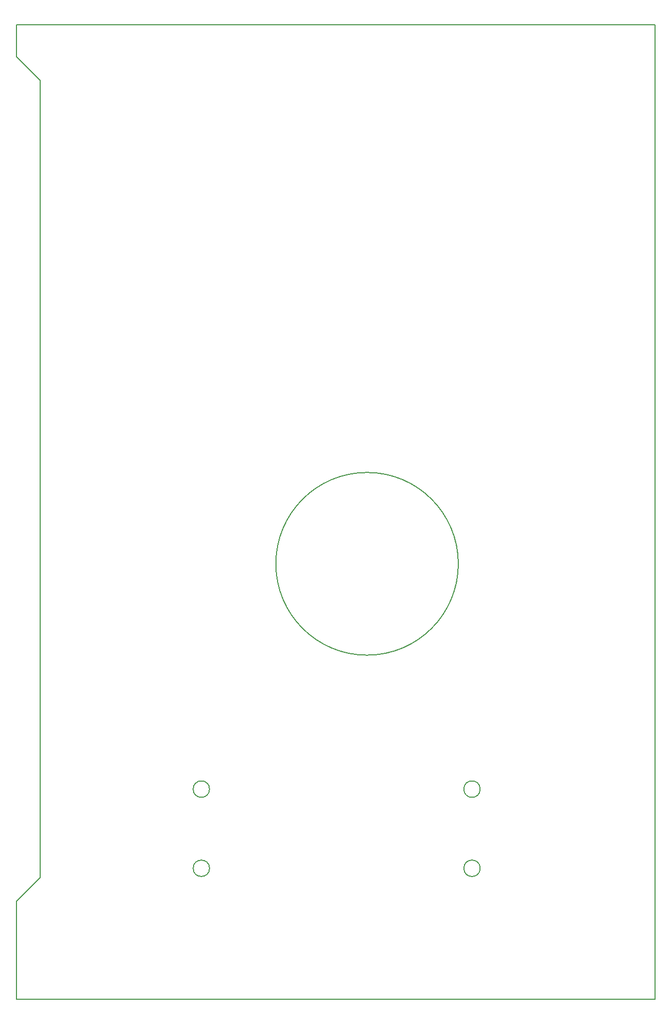
<source format=gbr>
%TF.GenerationSoftware,KiCad,Pcbnew,(6.0.6)*%
%TF.CreationDate,2023-01-12T23:41:02-06:00*%
%TF.ProjectId,bkm-129x-simple,626b6d2d-3132-4397-982d-73696d706c65,rev?*%
%TF.SameCoordinates,Original*%
%TF.FileFunction,Profile,NP*%
%FSLAX46Y46*%
G04 Gerber Fmt 4.6, Leading zero omitted, Abs format (unit mm)*
G04 Created by KiCad (PCBNEW (6.0.6)) date 2023-01-12 23:41:02*
%MOMM*%
%LPD*%
G01*
G04 APERTURE LIST*
%TA.AperFunction,Profile*%
%ADD10C,0.150000*%
%TD*%
%TA.AperFunction,Profile*%
%ADD11C,0.200000*%
%TD*%
G04 APERTURE END LIST*
D10*
X70000000Y-26500000D02*
X66100000Y-26500000D01*
X70000000Y-35650000D02*
X70000000Y-165700000D01*
X142346291Y-165000000D02*
G75*
G03*
X142346291Y-165000000I-1346291J0D01*
G01*
X70000000Y-35650000D02*
X66100000Y-31750000D01*
X97846291Y-152000000D02*
G75*
G03*
X97846291Y-152000000I-1346291J0D01*
G01*
X70000000Y-26500000D02*
X171069300Y-26489500D01*
X70000000Y-165700000D02*
X70000000Y-166500000D01*
X142346291Y-152000000D02*
G75*
G03*
X142346291Y-152000000I-1346291J0D01*
G01*
D11*
X138750000Y-115000000D02*
G75*
G03*
X138750000Y-115000000I-15000000J0D01*
G01*
D10*
X97846291Y-165000000D02*
G75*
G03*
X97846291Y-165000000I-1346291J0D01*
G01*
X171069300Y-26489500D02*
X171069300Y-186489500D01*
X171069300Y-186489500D02*
X66100000Y-186489500D01*
X66100000Y-31750000D02*
X66100000Y-26500000D01*
X66100000Y-170400000D02*
X66100000Y-186489500D01*
X70000000Y-166500000D02*
X66100000Y-170400000D01*
M02*

</source>
